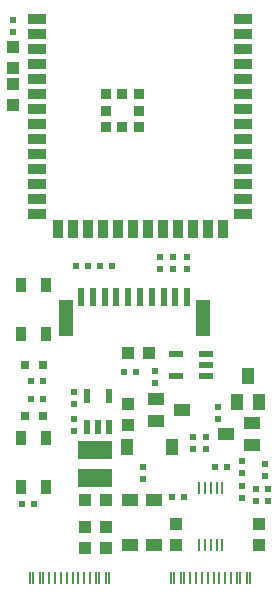
<source format=gbr>
G04 #@! TF.GenerationSoftware,KiCad,Pcbnew,5.1.0-rc2-unknown-036be7d~80~ubuntu16.04.1*
G04 #@! TF.CreationDate,2023-05-16T15:29:05+03:00*
G04 #@! TF.ProjectId,ESP32-S3-DevKit-LiPo_Rev_B,45535033-322d-4533-932d-4465764b6974,B*
G04 #@! TF.SameCoordinates,Original*
G04 #@! TF.FileFunction,Paste,Top*
G04 #@! TF.FilePolarity,Positive*
%FSLAX46Y46*%
G04 Gerber Fmt 4.6, Leading zero omitted, Abs format (unit mm)*
G04 Created by KiCad (PCBNEW 5.1.0-rc2-unknown-036be7d~80~ubuntu16.04.1) date 2023-05-16 15:29:05*
%MOMM*%
%LPD*%
G04 APERTURE LIST*
%ADD10R,1.200000X3.100000*%
%ADD11R,0.600000X1.550000*%
%ADD12R,1.016000X1.016000*%
%ADD13R,1.400000X1.000000*%
%ADD14R,0.550000X0.500000*%
%ADD15R,0.230000X1.130000*%
%ADD16R,0.280000X1.130000*%
%ADD17R,0.904000X1.304000*%
%ADD18R,0.500000X0.550000*%
%ADD19R,0.800000X0.800000*%
%ADD20R,0.230000X0.980000*%
%ADD21R,1.500000X0.900000*%
%ADD22R,0.900000X0.900000*%
%ADD23R,0.900000X1.500000*%
%ADD24R,1.000000X1.400000*%
%ADD25R,3.000000X1.600000*%
%ADD26R,1.200000X0.550000*%
%ADD27R,0.550000X1.200000*%
G04 APERTURE END LIST*
D10*
X137202000Y-90266000D03*
X148802000Y-90266000D03*
D11*
X138502000Y-88491000D03*
X139502000Y-88491000D03*
X140502000Y-88491000D03*
X141502000Y-88491000D03*
X142502000Y-88491000D03*
X143502000Y-88491000D03*
X144502000Y-88491000D03*
X145502000Y-88491000D03*
X146502000Y-88491000D03*
X147502000Y-88491000D03*
D12*
X146558000Y-109474000D03*
X146558000Y-107696000D03*
D13*
X144653000Y-109469000D03*
X144653000Y-105669000D03*
X142621000Y-109469000D03*
X142621000Y-105669000D03*
D14*
X137922000Y-99822000D03*
X137922000Y-98806000D03*
D12*
X140589000Y-105664000D03*
X138811000Y-105664000D03*
D13*
X144815560Y-97094040D03*
X144815560Y-98996500D03*
X147025360Y-98041460D03*
D15*
X135791000Y-112273000D03*
X136291000Y-112273000D03*
X136791000Y-112273000D03*
X139291000Y-112273000D03*
X137791000Y-112273000D03*
X138791000Y-112273000D03*
X138291000Y-112273000D03*
X137291000Y-112273000D03*
D16*
X135266000Y-112273000D03*
X139816000Y-112273000D03*
X135016000Y-112273000D03*
X140066000Y-112273000D03*
X134466000Y-112273000D03*
X140616000Y-112273000D03*
X134216000Y-112273000D03*
X140866000Y-112273000D03*
D15*
X147729000Y-112273000D03*
X148229000Y-112273000D03*
X148729000Y-112273000D03*
X151229000Y-112273000D03*
X149729000Y-112273000D03*
X150729000Y-112273000D03*
X150229000Y-112273000D03*
X149229000Y-112273000D03*
D16*
X147204000Y-112273000D03*
X151754000Y-112273000D03*
X146954000Y-112273000D03*
X152004000Y-112273000D03*
X146404000Y-112273000D03*
X152554000Y-112273000D03*
X146154000Y-112273000D03*
X152804000Y-112273000D03*
D17*
X133418000Y-104564000D03*
X133418000Y-100414000D03*
X135568000Y-104564000D03*
X135568000Y-100414000D03*
D18*
X146177000Y-105410000D03*
X147193000Y-105410000D03*
D12*
X132715000Y-69088000D03*
X132715000Y-67310000D03*
D14*
X132715000Y-66040000D03*
X132715000Y-65024000D03*
D19*
X133731000Y-98552000D03*
X135255000Y-98552000D03*
D12*
X153543000Y-109474000D03*
X153543000Y-107696000D03*
D18*
X134239000Y-97155000D03*
X135255000Y-97155000D03*
X133477000Y-106045000D03*
X134493000Y-106045000D03*
D12*
X138811000Y-109728000D03*
X138811000Y-107950000D03*
X140589000Y-109728000D03*
X140589000Y-107950000D03*
D18*
X141097000Y-85852000D03*
X140081000Y-85852000D03*
D17*
X133418000Y-91610000D03*
X133418000Y-87460000D03*
X135568000Y-91610000D03*
X135568000Y-87460000D03*
D20*
X148478999Y-104661000D03*
X148978999Y-104661000D03*
X149478999Y-104661000D03*
X149978999Y-104661000D03*
X150478999Y-104661000D03*
X150478999Y-109461000D03*
X149978999Y-109461000D03*
X149478999Y-109461000D03*
X148978999Y-109461000D03*
X148478999Y-109461000D03*
D21*
X134760000Y-64971000D03*
D22*
X140610000Y-72691000D03*
X143410000Y-72691000D03*
X140610000Y-74091000D03*
X142010000Y-74091000D03*
X143410000Y-74091000D03*
X140610000Y-71291000D03*
X142010000Y-71291000D03*
X143410000Y-71291000D03*
D21*
X134760000Y-66241000D03*
X134760000Y-67511000D03*
X134760000Y-68781000D03*
X134760000Y-70051000D03*
X134760000Y-71321000D03*
X134760000Y-72591000D03*
X134760000Y-73861000D03*
X134760000Y-75131000D03*
X134760000Y-76401000D03*
X134760000Y-77671000D03*
X134760000Y-78941000D03*
X134760000Y-80211000D03*
X134760000Y-81481000D03*
D23*
X136525000Y-82731000D03*
D21*
X152260000Y-81481000D03*
X152260000Y-80211000D03*
X152260000Y-78941000D03*
X152260000Y-77671000D03*
X152260000Y-76401000D03*
X152260000Y-75131000D03*
X152260000Y-73861000D03*
X152260000Y-72591000D03*
X152260000Y-71321000D03*
X152260000Y-70051000D03*
X152260000Y-68781000D03*
X152260000Y-67511000D03*
X152260000Y-66241000D03*
X152260000Y-64971000D03*
D23*
X137795000Y-82731000D03*
X139065000Y-82731000D03*
X140335000Y-82731000D03*
X141605000Y-82731000D03*
X142875000Y-82731000D03*
X144145000Y-82731000D03*
X145415000Y-82731000D03*
X146685000Y-82731000D03*
X147955000Y-82731000D03*
X149225000Y-82731000D03*
X150495000Y-82731000D03*
D12*
X142494000Y-93218000D03*
X144272000Y-93218000D03*
X142494000Y-99314000D03*
X142494000Y-97536000D03*
D14*
X145161000Y-85090000D03*
X145161000Y-86106000D03*
D12*
X132715000Y-72263000D03*
X132715000Y-70485000D03*
D19*
X135255000Y-94234000D03*
X133731000Y-94234000D03*
D24*
X142372000Y-101219000D03*
X146172000Y-101219000D03*
D25*
X139700000Y-103816000D03*
X139700000Y-101416000D03*
D18*
X142113000Y-94869000D03*
X143129000Y-94869000D03*
X135255000Y-95631000D03*
X134239000Y-95631000D03*
D14*
X144780000Y-95758000D03*
X144780000Y-94742000D03*
X147447000Y-85090000D03*
X147447000Y-86106000D03*
X146304000Y-86106000D03*
X146304000Y-85090000D03*
X147955000Y-100330000D03*
X147955000Y-101346000D03*
X149098000Y-101346000D03*
X149098000Y-100330000D03*
X137922000Y-96520000D03*
X137922000Y-97536000D03*
X152146000Y-104521000D03*
X152146000Y-105537000D03*
X143764000Y-102870000D03*
X143764000Y-103886000D03*
D26*
X149128000Y-95184000D03*
X149128000Y-94234000D03*
X149128000Y-93284000D03*
X146528000Y-95184000D03*
X146528000Y-93284000D03*
D27*
X139004000Y-99471000D03*
X139954000Y-99471000D03*
X140904000Y-99471000D03*
X139004000Y-96871000D03*
X140904000Y-96871000D03*
D18*
X154305000Y-105791000D03*
X153289000Y-105791000D03*
X153289000Y-104775000D03*
X154305000Y-104775000D03*
X139065000Y-85852000D03*
X138049000Y-85852000D03*
D14*
X152146000Y-102362000D03*
X152146000Y-103378000D03*
X150114000Y-98806000D03*
X150114000Y-97790000D03*
D13*
X152999440Y-101025960D03*
X152999440Y-99123500D03*
X150789640Y-100078540D03*
D24*
X152651460Y-95163640D03*
X153606500Y-97373440D03*
X151704040Y-97373440D03*
D18*
X149860000Y-102870000D03*
X150876000Y-102870000D03*
D14*
X154051000Y-103632000D03*
X154051000Y-102616000D03*
M02*

</source>
